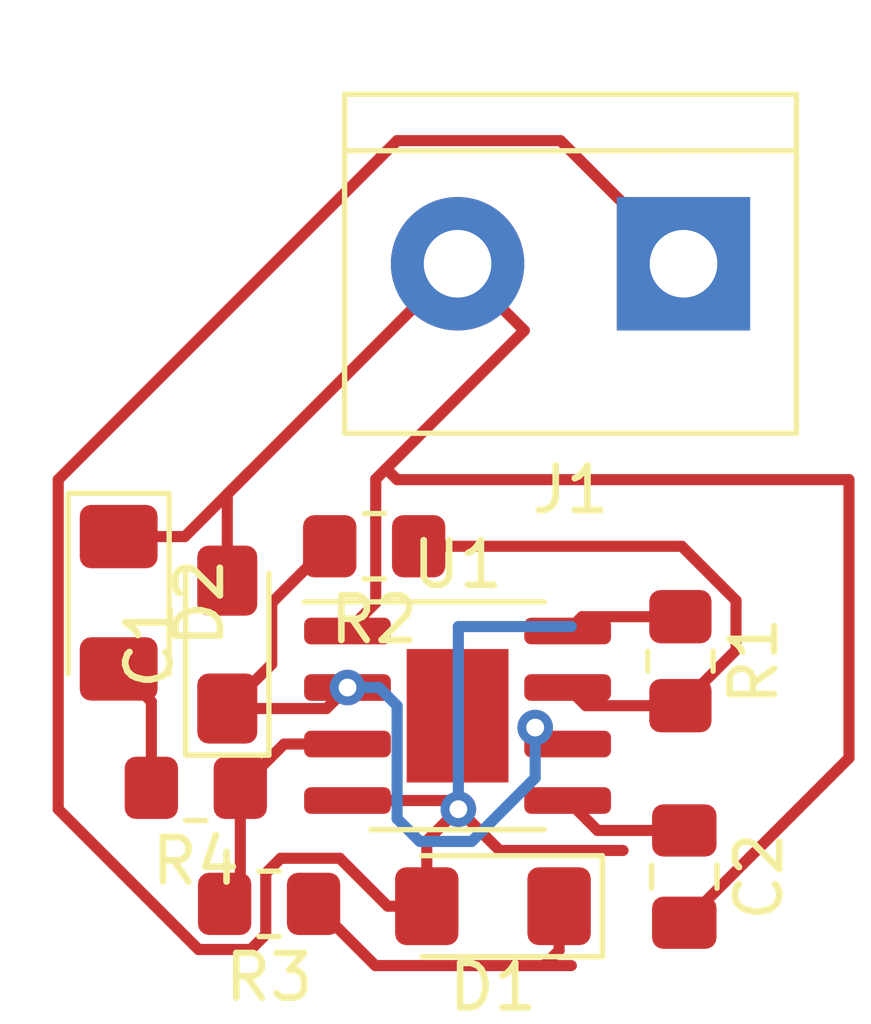
<source format=kicad_pcb>
(kicad_pcb (version 20211014) (generator pcbnew)
  (layers (0 "F.Cu" signal) (31 "B.Cu" signal) (34 "B.Paste" user) (35 "F.Paste" user) (36 "B.SilkS" user "B.Silkscreen") (37 "F.SilkS" user "F.Silkscreen") (38 "B.Mask" user) (39 "F.Mask" user) (44 "Edge.Cuts" user))
  (net 0 "")
  (net 1 "Net-(C1-Pad1)")
  (net 2 "GND")
  (net 3 "Net-(C2-Pad1)")
  (net 4 "Net-(D1-Pad1)")
  (net 5 "+9V")
  (net 6 "Net-(R4-Pad2)")
  (net 7 "Net-(U1-Pad7)")
  (net 8 "Net-(U1-Pad3)")
  (footprint "LED_SMD:LED_1206_3216Metric_Pad1.42x1.75mm_HandSolder" (layer "F.Cu") (at 154.885 91.225 -90)
    (fp_text reference "D2" (at 0 -1.82 90) (layer "F.SilkS"))
    (fp_text value "LED")
    (fp_line (start 1.6 -1.135) (end -2.46 -1.135) (layer "F.SilkS") (width 0.12))
    (fp_line (start -2.46 -1.135) (end -2.46 1.135) (layer "F.SilkS") (width 0.12))
    (fp_line (start -2.46 1.135) (end 1.6 1.135) (layer "F.SilkS") (width 0.12))
    (pad "1" smd roundrect (at -1.4875 0 270) (size 1.425 1.75) (layers "F.Cu" "F.Paste" "F.Mask") (roundrect_rratio 0.175439) (net 2 "GND"))
    (pad "2" smd roundrect (at 1.4875 0 270) (size 1.425 1.75) (layers "F.Cu" "F.Paste" "F.Mask") (roundrect_rratio 0.175439) (net 6 "Net-(R4-Pad2)"))
  )
  (footprint "Resistor_SMD:R_0805_2012Metric_Pad1.20x1.40mm_HandSolder" (layer "F.Cu") (at 156.619564 95.385 180)
    (fp_text reference "R4" (at 0 -1.65) (layer "F.SilkS"))
    (fp_text value "1 k")
    (fp_line (start -0.227064 0.735) (end 0.227064 0.735) (layer "F.SilkS") (width 0.12))
    (fp_line (start -0.227064 -0.735) (end 0.227064 -0.735) (layer "F.SilkS") (width 0.12))
    (pad "1" smd roundrect (at -1 0 180) (size 1.2 1.4) (layers "F.Cu" "F.Paste" "F.Mask") (roundrect_rratio 0.208333) (net 8 "Net-(U1-Pad3)"))
    (pad "2" smd roundrect (at 1 0 180) (size 1.2 1.4) (layers "F.Cu" "F.Paste" "F.Mask") (roundrect_rratio 0.208333) (net 6 "Net-(R4-Pad2)"))
  )
  (footprint "Capacitor_SMD:C_0805_2012Metric_Pad1.18x1.45mm_HandSolder" (layer "F.Cu") (at 167.602496 97.38 -90)
    (fp_text reference "C2" (at 0 -1.68 90) (layer "F.SilkS"))
    (fp_text value "0.01 uF")
    (fp_line (start -0.261252 0.735) (end 0.261252 0.735) (layer "F.SilkS") (width 0.12))
    (fp_line (start -0.261252 -0.735) (end 0.261252 -0.735) (layer "F.SilkS") (width 0.12))
    (pad "1" smd roundrect (at -1.0375 0 270) (size 1.175 1.45) (layers "F.Cu" "F.Paste" "F.Mask") (roundrect_rratio 0.212766) (net 3 "Net-(C2-Pad1)"))
    (pad "2" smd roundrect (at 1.0375 0 270) (size 1.175 1.45) (layers "F.Cu" "F.Paste" "F.Mask") (roundrect_rratio 0.212766) (net 2 "GND"))
  )
  (footprint "Capacitor_Tantalum_SMD:CP_EIA-3216-18_Kemet-A_Pad1.58x1.35mm_HandSolder" (layer "F.Cu") (at 157.3275 92.165 90)
    (fp_text reference "C1" (at 0 -1.75 90) (layer "F.SilkS"))
    (fp_text value "10 uF")
    (fp_line (start 1.6 -0.935) (end -2.485 -0.935) (layer "F.SilkS") (width 0.12))
    (fp_line (start -2.485 -0.935) (end -2.485 0.935) (layer "F.SilkS") (width 0.12))
    (fp_line (start -2.485 0.935) (end 1.6 0.935) (layer "F.SilkS") (width 0.12))
    (pad "1" smd roundrect (at -1.4375 0 90) (size 1.575 1.35) (layers "F.Cu" "F.Paste" "F.Mask") (roundrect_rratio 0.185185) (net 1 "Net-(C1-Pad1)"))
    (pad "2" smd roundrect (at 1.4375 0 90) (size 1.575 1.35) (layers "F.Cu" "F.Paste" "F.Mask") (roundrect_rratio 0.185185) (net 2 "GND"))
  )
  (footprint "Resistor_SMD:R_0805_2012Metric_Pad1.20x1.40mm_HandSolder" (layer "F.Cu") (at 158.2675 97.992936 180)
    (fp_text reference "R3" (at 0 -1.65) (layer "F.SilkS"))
    (fp_text value "1 k")
    (fp_line (start -0.227064 0.735) (end 0.227064 0.735) (layer "F.SilkS") (width 0.12))
    (fp_line (start -0.227064 -0.735) (end 0.227064 -0.735) (layer "F.SilkS") (width 0.12))
    (pad "1" smd roundrect (at -1 0 180) (size 1.2 1.4) (layers "F.Cu" "F.Paste" "F.Mask") (roundrect_rratio 0.208333) (net 4 "Net-(D1-Pad1)"))
    (pad "2" smd roundrect (at 1 0 180) (size 1.2 1.4) (layers "F.Cu" "F.Paste" "F.Mask") (roundrect_rratio 0.208333) (net 8 "Net-(U1-Pad3)"))
  )
  (footprint "Package_SO:SOIC-8-1EP_3.9x4.9mm_P1.27mm_EP2.29x3mm" (layer "F.Cu") (at 162.505 93.765)
    (fp_text reference "U1" (at 0 -3.4) (layer "F.SilkS"))
    (fp_text value "NE555D")
    (fp_line (start 0 2.56) (end -1.95 2.56) (layer "F.SilkS") (width 0.12))
    (fp_line (start 0 2.56) (end 1.95 2.56) (layer "F.SilkS") (width 0.12))
    (fp_line (start 0 -2.56) (end 1.95 -2.56) (layer "F.SilkS") (width 0.12))
    (fp_line (start 0 -2.56) (end -3.45 -2.56) (layer "F.SilkS") (width 0.12))
    (pad "1" smd roundrect (at -2.475 -1.905) (size 1.95 0.6) (layers "F.Cu" "F.Paste" "F.Mask") (net 2 "GND"))
    (pad "2" smd roundrect (at -2.475 -0.635) (size 1.95 0.6) (layers "F.Cu" "F.Paste" "F.Mask") (net 1 "Net-(C1-Pad1)"))
    (pad "3" smd roundrect (at -2.475 0.635) (size 1.95 0.6) (layers "F.Cu" "F.Paste" "F.Mask") (net 8 "Net-(U1-Pad3)"))
    (pad "4" smd roundrect (at -2.475 1.905) (size 1.95 0.6) (layers "F.Cu" "F.Paste" "F.Mask") (net 5 "+9V"))
    (pad "5" smd roundrect (at 2.475 1.905) (size 1.95 0.6) (layers "F.Cu" "F.Paste" "F.Mask") (net 3 "Net-(C2-Pad1)"))
    (pad "6" smd roundrect (at 2.475 0.635) (size 1.95 0.6) (layers "F.Cu" "F.Paste" "F.Mask") (net 1 "Net-(C1-Pad1)"))
    (pad "7" smd roundrect (at 2.475 -0.635) (size 1.95 0.6) (layers "F.Cu" "F.Paste" "F.Mask") (net 7 "Net-(U1-Pad7)"))
    (pad "8" smd roundrect (at 2.475 -1.905) (size 1.95 0.6) (layers "F.Cu" "F.Paste" "F.Mask") (net 5 "+9V"))
    (pad "9" smd rect (at 0 0) (size 2.29 3) (layers "F.Cu" "F.Mask"))
  )
  (footprint "Resistor_SMD:R_0805_2012Metric_Pad1.20x1.40mm_HandSolder" (layer "F.Cu") (at 160.63 89.955 180)
    (fp_text reference "R2" (at 0 -1.65) (layer "F.SilkS"))
    (fp_text value "10k")
    (fp_line (start -0.227064 -0.735) (end 0.227064 -0.735) (layer "F.SilkS") (width 0.12))
    (fp_line (start -0.227064 0.735) (end 0.227064 0.735) (layer "F.SilkS") (width 0.12))
    (pad "1" smd roundrect (at -1 0 180) (size 1.2 1.4) (layers "F.Cu" "F.Paste" "F.Mask") (roundrect_rratio 0.208333) (net 7 "Net-(U1-Pad7)"))
    (pad "2" smd roundrect (at 1 0 180) (size 1.2 1.4) (layers "F.Cu" "F.Paste" "F.Mask") (roundrect_rratio 0.208333) (net 1 "Net-(C1-Pad1)"))
  )
  (footprint "Resistor_SMD:R_0805_2012Metric_Pad1.20x1.40mm_HandSolder" (layer "F.Cu") (at 167.515 92.537936 -90)
    (fp_text reference "R1" (at 0 -1.65 90) (layer "F.SilkS"))
    (fp_text value "1k")
    (fp_line (start -0.227064 -0.735) (end 0.227064 -0.735) (layer "F.SilkS") (width 0.12))
    (fp_line (start -0.227064 0.735) (end 0.227064 0.735) (layer "F.SilkS") (width 0.12))
    (pad "1" smd roundrect (at -1 0 270) (size 1.2 1.4) (layers "F.Cu" "F.Paste" "F.Mask") (roundrect_rratio 0.208333) (net 5 "+9V"))
    (pad "2" smd roundrect (at 1 0 270) (size 1.2 1.4) (layers "F.Cu" "F.Paste" "F.Mask") (roundrect_rratio 0.208333) (net 7 "Net-(U1-Pad7)"))
  )
  (footprint "LED_SMD:LED_1206_3216Metric_Pad1.42x1.75mm_HandSolder" (layer "F.Cu") (at 163.3 98.045 180)
    (fp_text reference "D1" (at 0 -1.82) (layer "F.SilkS"))
    (fp_text value "LED")
    (fp_line (start -2.46 1.135) (end 1.6 1.135) (layer "F.SilkS") (width 0.12))
    (fp_line (start 1.6 -1.135) (end -2.46 -1.135) (layer "F.SilkS") (width 0.12))
    (fp_line (start -2.46 -1.135) (end -2.46 1.135) (layer "F.SilkS") (width 0.12))
    (pad "1" smd roundrect (at -1.4875 0 180) (size 1.425 1.75) (layers "F.Cu" "F.Paste" "F.Mask") (roundrect_rratio 0.175439) (net 4 "Net-(D1-Pad1)"))
    (pad "2" smd roundrect (at 1.4875 0 180) (size 1.425 1.75) (layers "F.Cu" "F.Paste" "F.Mask") (roundrect_rratio 0.175439) (net 5 "+9V"))
  )
  (footprint "TerminalBlock:TerminalBlock_bornier-2_P5.08mm" (layer "F.Cu") (at 167.585 83.605 180)
    (fp_text reference "J1" (at 2.54 -5.08 180) (layer "F.SilkS"))
    (fp_text value "Conn_01x02_Male")
    (fp_line (start -2.54 3.81) (end 7.62 3.81) (layer "F.SilkS") (width 0.12))
    (fp_line (start 7.62 2.54) (end -2.54 2.54) (layer "F.SilkS") (width 0.12))
    (fp_line (start 7.62 3.81) (end 7.62 -3.81) (layer "F.SilkS") (width 0.12))
    (fp_line (start -2.54 -3.81) (end -2.54 3.81) (layer "F.SilkS") (width 0.12))
    (fp_line (start 7.62 -3.81) (end -2.54 -3.81) (layer "F.SilkS") (width 0.12))
    (pad "1" thru_hole rect (at 0 0 180) (size 3 3) (drill 1.52) (layers *.Cu *.Mask) (net 5 "+9V"))
    (pad "2" thru_hole circle (at 5.08 0 180) (size 3 3) (drill 1.52) (layers *.Cu *.Mask) (net 2 "GND"))
  )
  (segment (start 159.5575 93.6025) (end 160.03 93.13) (width 0.25) (layer "F.Cu") (net 1))
  (segment (start 157.3275 93.6025) (end 158.3275 92.6025) (width 0.25) (layer "F.Cu") (net 1))
  (segment (start 164.98 94.4) (end 164.620002 94.4) (width 0.25) (layer "F.Cu") (net 1))
  (segment (start 158.3275 91.225) (end 159.5975 89.955) (width 0.25) (layer "F.Cu") (net 1))
  (segment (start 157.3275 93.6025) (end 159.5575 93.6025) (width 0.25) (layer "F.Cu") (net 1))
  (segment (start 159.5975 89.955) (end 159.63 89.955) (width 0.25) (layer "F.Cu") (net 1))
  (segment (start 158.3275 92.6025) (end 158.3275 91.225) (width 0.25) (layer "F.Cu") (net 1))
  (segment (start 164.620002 94.4) (end 164.249502 94.0295) (width 0.25) (layer "F.Cu") (net 1))
  (via (at 160.03 93.13) (size 0.8) (drill 0.4) (layers "F.Cu" "B.Cu") (net 1))
  (via (at 164.249502 94.0295) (size 0.8) (drill 0.4) (layers "F.Cu" "B.Cu") (net 1))
  (segment (start 161.145 93.537936) (end 160.737064 93.13) (width 0.25) (layer "B.Cu") (net 1))
  (segment (start 164.249502 95.162801) (end 162.822801 96.589502) (width 0.25) (layer "B.Cu") (net 1))
  (segment (start 161.145 96.077936) (end 161.145 93.537936) (width 0.25) (layer "B.Cu") (net 1))
  (segment (start 164.249502 94.0295) (end 164.249502 95.162801) (width 0.25) (layer "B.Cu") (net 1))
  (segment (start 162.822801 96.589502) (end 161.656566 96.589502) (width 0.25) (layer "B.Cu") (net 1))
  (segment (start 160.737064 93.13) (end 160.03 93.13) (width 0.25) (layer "B.Cu") (net 1))
  (segment (start 161.656566 96.589502) (end 161.145 96.077936) (width 0.25) (layer "B.Cu") (net 1))
  (segment (start 160.898532 88.211468) (end 161.145 88.457936) (width 0.25) (layer "F.Cu") (net 2))
  (segment (start 171.305 94.714996) (end 167.602496 98.4175) (width 0.25) (layer "F.Cu") (net 2))
  (segment (start 162.505 83.605) (end 164.005 85.105) (width 0.25) (layer "F.Cu") (net 2))
  (segment (start 171.305 88.457936) (end 171.305 94.714996) (width 0.25) (layer "F.Cu") (net 2))
  (segment (start 160.665 91.225) (end 160.03 91.86) (width 0.25) (layer "F.Cu") (net 2))
  (segment (start 157.3275 90.7275) (end 157.3275 88.7825) (width 0.25) (layer "F.Cu") (net 2))
  (segment (start 160.665 88.445) (end 160.665 91.225) (width 0.25) (layer "F.Cu") (net 2))
  (segment (start 157.84625 88.26375) (end 162.505 83.605) (width 0.25) (layer "F.Cu") (net 2))
  (segment (start 156.3725 89.7375) (end 157.84625 88.26375) (width 0.25) (layer "F.Cu") (net 2))
  (segment (start 160.898532 88.211468) (end 160.665 88.445) (width 0.25) (layer "F.Cu") (net 2))
  (segment (start 154.885 89.7375) (end 156.3725 89.7375) (width 0.25) (layer "F.Cu") (net 2))
  (segment (start 161.145 88.457936) (end 171.305 88.457936) (width 0.25) (layer "F.Cu") (net 2))
  (segment (start 157.3275 88.7825) (end 157.84625 88.26375) (width 0.25) (layer "F.Cu") (net 2))
  (segment (start 164.005 85.105) (end 160.898532 88.211468) (width 0.25) (layer "F.Cu") (net 2))
  (segment (start 165.6525 96.3425) (end 167.602496 96.3425) (width 0.25) (layer "F.Cu") (net 3))
  (segment (start 164.98 95.67) (end 165.6525 96.3425) (width 0.25) (layer "F.Cu") (net 3))
  (segment (start 164.447064 99.38) (end 165.062496 99.38) (width 0.25) (layer "F.Cu") (net 4))
  (segment (start 164.7875 99.039564) (end 164.447064 99.38) (width 0.25) (layer "F.Cu") (net 4))
  (segment (start 160.654564 99.38) (end 164.447064 99.38) (width 0.25) (layer "F.Cu") (net 4))
  (segment (start 164.7875 98.045) (end 164.7875 99.039564) (width 0.25) (layer "F.Cu") (net 4))
  (segment (start 159.2675 97.992936) (end 160.654564 99.38) (width 0.25) (layer "F.Cu") (net 4))
  (segment (start 158.529327 96.967936) (end 158.1925 97.304763) (width 0.25) (layer "F.Cu") (net 5))
  (segment (start 156.679327 99.017936) (end 153.525 95.863609) (width 0.25) (layer "F.Cu") (net 5))
  (segment (start 161.145 80.837936) (end 164.817936 80.837936) (width 0.25) (layer "F.Cu") (net 5))
  (segment (start 167.515 91.537936) (end 165.302064 91.537936) (width 0.25) (layer "F.Cu") (net 5))
  (segment (start 158.1925 98.681109) (end 157.855673 99.017936) (width 0.25) (layer "F.Cu") (net 5))
  (segment (start 153.525 88.457936) (end 161.145 80.837936) (width 0.25) (layer "F.Cu") (net 5))
  (segment (start 162.522496 95.864502) (end 163.450494 96.7925) (width 0.25) (layer "F.Cu") (net 5))
  (segment (start 161.8125 98.045) (end 161.8125 96.574498) (width 0.25) (layer "F.Cu") (net 5))
  (segment (start 153.525 95.863609) (end 153.525 88.457936) (width 0.25) (layer "F.Cu") (net 5))
  (segment (start 164.817936 80.837936) (end 167.585 83.605) (width 0.25) (layer "F.Cu") (net 5))
  (segment (start 161.8125 96.574498) (end 162.522496 95.864502) (width 0.25) (layer "F.Cu") (net 5))
  (segment (start 157.855673 99.017936) (end 156.679327 99.017936) (width 0.25) (layer "F.Cu") (net 5))
  (segment (start 158.1925 97.304763) (end 158.1925 98.681109) (width 0.25) (layer "F.Cu") (net 5))
  (segment (start 165.302064 91.537936) (end 164.98 91.86) (width 0.25) (layer "F.Cu") (net 5))
  (segment (start 159.855673 96.967936) (end 158.529327 96.967936) (width 0.25) (layer "F.Cu") (net 5))
  (segment (start 161.8125 98.045) (end 160.932737 98.045) (width 0.25) (layer "F.Cu") (net 5))
  (segment (start 163.450494 96.7925) (end 166.225 96.7925) (width 0.25) (layer "F.Cu") (net 5))
  (segment (start 160.03 95.67) (end 162.327994 95.67) (width 0.25) (layer "F.Cu") (net 5))
  (segment (start 162.327994 95.67) (end 162.522496 95.864502) (width 0.25) (layer "F.Cu") (net 5))
  (segment (start 160.932737 98.045) (end 159.855673 96.967936) (width 0.25) (layer "F.Cu") (net 5))
  (via (at 162.522496 95.864502) (size 0.8) (drill 0.4) (layers "F.Cu" "B.Cu") (net 5))
  (segment (start 162.522496 91.76) (end 165.062496 91.76) (width 0.25) (layer "B.Cu") (net 5))
  (segment (start 162.522496 95.864502) (end 162.522496 91.76) (width 0.25) (layer "B.Cu") (net 5))
  (segment (start 155.619564 93.447064) (end 155.619564 95.385) (width 0.25) (layer "F.Cu") (net 6))
  (segment (start 154.885 92.7125) (end 155.619564 93.447064) (width 0.25) (layer "F.Cu") (net 6))
  (segment (start 167.545237 89.955) (end 168.765 91.174763) (width 0.25) (layer "F.Cu") (net 7))
  (segment (start 167.515 93.537936) (end 165.387936 93.537936) (width 0.25) (layer "F.Cu") (net 7))
  (segment (start 161.63 89.955) (end 167.545237 89.955) (width 0.25) (layer "F.Cu") (net 7))
  (segment (start 165.387936 93.537936) (end 164.98 93.13) (width 0.25) (layer "F.Cu") (net 7))
  (segment (start 168.765 91.174763) (end 168.765 92.287936) (width 0.25) (layer "F.Cu") (net 7))
  (segment (start 168.765 92.287936) (end 167.515 93.537936) (width 0.25) (layer "F.Cu") (net 7))
  (segment (start 157.619564 95.385) (end 158.604564 94.4) (width 0.25) (layer "F.Cu") (net 8))
  (segment (start 158.604564 94.4) (end 160.03 94.4) (width 0.25) (layer "F.Cu") (net 8))
  (segment (start 157.619564 97.640872) (end 157.619564 95.385) (width 0.25) (layer "F.Cu") (net 8))
  (segment (start 157.2675 97.992936) (end 157.619564 97.640872) (width 0.25) (layer "F.Cu") (net 8))
)
</source>
